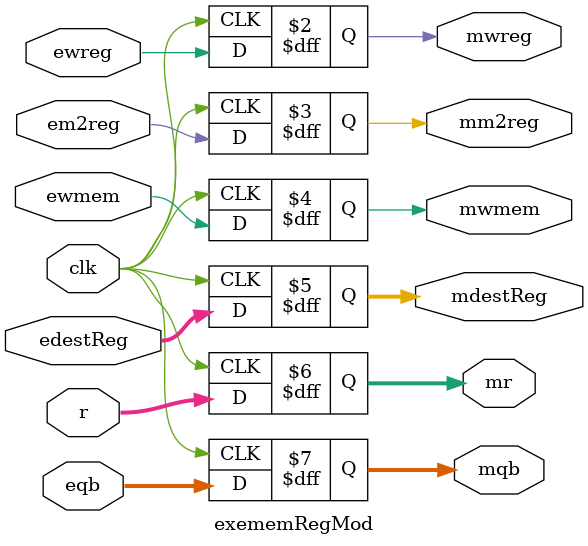
<source format=v>
`timescale 1ns / 1ps
module exememRegMod(
 input ewreg,
 input em2reg,
 input ewmem,
 input [4:0] edestReg,
 input [31:0] r,
 input [31:0] eqb,
 input clk,
 output reg mwreg,
 output reg mm2reg,
 output reg mwmem,
 output reg [4:0] mdestReg,
 output reg [31:0] mr,
 output reg [31:0] mqb
 );
always @(posedge clk) begin
 mwreg = ewreg;
 mm2reg = em2reg;
 mwmem = ewmem;
 mdestReg = edestReg;
 mr = r;
 mqb = eqb;
end 
endmodule
</source>
